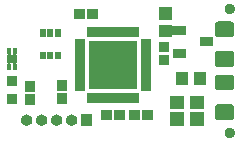
<source format=gts>
G04 #@! TF.GenerationSoftware,KiCad,Pcbnew,5.0.0-rc3+dfsg1-2*
G04 #@! TF.CreationDate,2018-08-20T10:01:45+09:00*
G04 #@! TF.ProjectId,fst-01,6673742D30312E6B696361645F706362,rev?*
G04 #@! TF.SameCoordinates,PX791ddc0PY5e69114*
G04 #@! TF.FileFunction,Soldermask,Top*
G04 #@! TF.FilePolarity,Negative*
%FSLAX46Y46*%
G04 Gerber Fmt 4.6, Leading zero omitted, Abs format (unit mm)*
G04 Created by KiCad (PCBNEW 5.0.0-rc3+dfsg1-2) date Mon Aug 20 10:01:45 2018*
%MOMM*%
%LPD*%
G01*
G04 APERTURE LIST*
%ADD10C,0.150000*%
G04 APERTURE END LIST*
D10*
G36*
X1323969Y-4841332D02*
X1401313Y-4873370D01*
X1470923Y-4919881D01*
X1530119Y-4979077D01*
X1576630Y-5048687D01*
X1608668Y-5126031D01*
X1625000Y-5208141D01*
X1625000Y-5291859D01*
X1608668Y-5373969D01*
X1576630Y-5451313D01*
X1530119Y-5520923D01*
X1470923Y-5580119D01*
X1401313Y-5626630D01*
X1323969Y-5658668D01*
X1241859Y-5675000D01*
X1158141Y-5675000D01*
X1076031Y-5658668D01*
X998687Y-5626630D01*
X929077Y-5580119D01*
X869881Y-5520923D01*
X823370Y-5451313D01*
X791332Y-5373969D01*
X775000Y-5291859D01*
X775000Y-5208141D01*
X791332Y-5126031D01*
X823370Y-5048687D01*
X869881Y-4979077D01*
X929077Y-4919881D01*
X998687Y-4873370D01*
X1076031Y-4841332D01*
X1158141Y-4825000D01*
X1241859Y-4825000D01*
X1323969Y-4841332D01*
X1323969Y-4841332D01*
G37*
G36*
X-953800Y-4656200D02*
X-2206200Y-4656200D01*
X-2206200Y-3503800D01*
X-953800Y-3503800D01*
X-953800Y-4656200D01*
X-953800Y-4656200D01*
G37*
G36*
X-2653800Y-4656200D02*
X-3906200Y-4656200D01*
X-3906200Y-3503800D01*
X-2653800Y-3503800D01*
X-2653800Y-4656200D01*
X-2653800Y-4656200D01*
G37*
G36*
X-14593098Y-3720400D02*
X-14561083Y-3733661D01*
X-14506436Y-3756296D01*
X-14506435Y-3756297D01*
X-14428440Y-3808411D01*
X-14362111Y-3874740D01*
X-14325487Y-3929553D01*
X-14309996Y-3952736D01*
X-14303887Y-3967485D01*
X-14274100Y-4039398D01*
X-14255800Y-4131398D01*
X-14255800Y-4225202D01*
X-14274100Y-4317202D01*
X-14274102Y-4317206D01*
X-14309996Y-4403864D01*
X-14309997Y-4403865D01*
X-14362111Y-4481860D01*
X-14428440Y-4548189D01*
X-14487003Y-4587319D01*
X-14506436Y-4600304D01*
X-14561083Y-4622939D01*
X-14593098Y-4636200D01*
X-14685098Y-4654500D01*
X-14778902Y-4654500D01*
X-14870902Y-4636200D01*
X-14902917Y-4622939D01*
X-14957564Y-4600304D01*
X-14976997Y-4587319D01*
X-15035560Y-4548189D01*
X-15101889Y-4481860D01*
X-15154003Y-4403865D01*
X-15154004Y-4403864D01*
X-15189898Y-4317206D01*
X-15189900Y-4317202D01*
X-15208200Y-4225202D01*
X-15208200Y-4131398D01*
X-15189900Y-4039398D01*
X-15160113Y-3967485D01*
X-15154004Y-3952736D01*
X-15138513Y-3929553D01*
X-15101889Y-3874740D01*
X-15035560Y-3808411D01*
X-14957565Y-3756297D01*
X-14957564Y-3756296D01*
X-14902917Y-3733661D01*
X-14870902Y-3720400D01*
X-14778902Y-3702100D01*
X-14685098Y-3702100D01*
X-14593098Y-3720400D01*
X-14593098Y-3720400D01*
G37*
G36*
X-10445800Y-4654500D02*
X-11398200Y-4654500D01*
X-11398200Y-3702100D01*
X-10445800Y-3702100D01*
X-10445800Y-4654500D01*
X-10445800Y-4654500D01*
G37*
G36*
X-12053098Y-3720400D02*
X-12021083Y-3733661D01*
X-11966436Y-3756296D01*
X-11966435Y-3756297D01*
X-11888440Y-3808411D01*
X-11822111Y-3874740D01*
X-11785487Y-3929553D01*
X-11769996Y-3952736D01*
X-11763887Y-3967485D01*
X-11734100Y-4039398D01*
X-11715800Y-4131398D01*
X-11715800Y-4225202D01*
X-11734100Y-4317202D01*
X-11734102Y-4317206D01*
X-11769996Y-4403864D01*
X-11769997Y-4403865D01*
X-11822111Y-4481860D01*
X-11888440Y-4548189D01*
X-11947003Y-4587319D01*
X-11966436Y-4600304D01*
X-12021083Y-4622939D01*
X-12053098Y-4636200D01*
X-12145098Y-4654500D01*
X-12238902Y-4654500D01*
X-12330902Y-4636200D01*
X-12362917Y-4622939D01*
X-12417564Y-4600304D01*
X-12436997Y-4587319D01*
X-12495560Y-4548189D01*
X-12561889Y-4481860D01*
X-12614003Y-4403865D01*
X-12614004Y-4403864D01*
X-12649898Y-4317206D01*
X-12649900Y-4317202D01*
X-12668200Y-4225202D01*
X-12668200Y-4131398D01*
X-12649900Y-4039398D01*
X-12620113Y-3967485D01*
X-12614004Y-3952736D01*
X-12598513Y-3929553D01*
X-12561889Y-3874740D01*
X-12495560Y-3808411D01*
X-12417565Y-3756297D01*
X-12417564Y-3756296D01*
X-12362917Y-3733661D01*
X-12330902Y-3720400D01*
X-12238902Y-3702100D01*
X-12145098Y-3702100D01*
X-12053098Y-3720400D01*
X-12053098Y-3720400D01*
G37*
G36*
X-15863098Y-3720400D02*
X-15831083Y-3733661D01*
X-15776436Y-3756296D01*
X-15776435Y-3756297D01*
X-15698440Y-3808411D01*
X-15632111Y-3874740D01*
X-15595487Y-3929553D01*
X-15579996Y-3952736D01*
X-15573887Y-3967485D01*
X-15544100Y-4039398D01*
X-15525800Y-4131398D01*
X-15525800Y-4225202D01*
X-15544100Y-4317202D01*
X-15544102Y-4317206D01*
X-15579996Y-4403864D01*
X-15579997Y-4403865D01*
X-15632111Y-4481860D01*
X-15698440Y-4548189D01*
X-15757003Y-4587319D01*
X-15776436Y-4600304D01*
X-15831083Y-4622939D01*
X-15863098Y-4636200D01*
X-15955098Y-4654500D01*
X-16048902Y-4654500D01*
X-16140902Y-4636200D01*
X-16172917Y-4622939D01*
X-16227564Y-4600304D01*
X-16246997Y-4587319D01*
X-16305560Y-4548189D01*
X-16371889Y-4481860D01*
X-16424003Y-4403865D01*
X-16424004Y-4403864D01*
X-16459898Y-4317206D01*
X-16459900Y-4317202D01*
X-16478200Y-4225202D01*
X-16478200Y-4131398D01*
X-16459900Y-4039398D01*
X-16430113Y-3967485D01*
X-16424004Y-3952736D01*
X-16408513Y-3929553D01*
X-16371889Y-3874740D01*
X-16305560Y-3808411D01*
X-16227565Y-3756297D01*
X-16227564Y-3756296D01*
X-16172917Y-3733661D01*
X-16140902Y-3720400D01*
X-16048902Y-3702100D01*
X-15955098Y-3702100D01*
X-15863098Y-3720400D01*
X-15863098Y-3720400D01*
G37*
G36*
X-13323098Y-3720400D02*
X-13291083Y-3733661D01*
X-13236436Y-3756296D01*
X-13236435Y-3756297D01*
X-13158440Y-3808411D01*
X-13092111Y-3874740D01*
X-13055487Y-3929553D01*
X-13039996Y-3952736D01*
X-13033887Y-3967485D01*
X-13004100Y-4039398D01*
X-12985800Y-4131398D01*
X-12985800Y-4225202D01*
X-13004100Y-4317202D01*
X-13004102Y-4317206D01*
X-13039996Y-4403864D01*
X-13039997Y-4403865D01*
X-13092111Y-4481860D01*
X-13158440Y-4548189D01*
X-13217003Y-4587319D01*
X-13236436Y-4600304D01*
X-13291083Y-4622939D01*
X-13323098Y-4636200D01*
X-13415098Y-4654500D01*
X-13508902Y-4654500D01*
X-13600902Y-4636200D01*
X-13632917Y-4622939D01*
X-13687564Y-4600304D01*
X-13706997Y-4587319D01*
X-13765560Y-4548189D01*
X-13831889Y-4481860D01*
X-13884003Y-4403865D01*
X-13884004Y-4403864D01*
X-13919898Y-4317206D01*
X-13919900Y-4317202D01*
X-13938200Y-4225202D01*
X-13938200Y-4131398D01*
X-13919900Y-4039398D01*
X-13890113Y-3967485D01*
X-13884004Y-3952736D01*
X-13868513Y-3929553D01*
X-13831889Y-3874740D01*
X-13765560Y-3808411D01*
X-13687565Y-3756297D01*
X-13687564Y-3756296D01*
X-13632917Y-3733661D01*
X-13600902Y-3720400D01*
X-13508902Y-3702100D01*
X-13415098Y-3702100D01*
X-13323098Y-3720400D01*
X-13323098Y-3720400D01*
G37*
G36*
X-7694160Y-4185450D02*
X-8608560Y-4185450D01*
X-8608560Y-3334550D01*
X-7694160Y-3334550D01*
X-7694160Y-4185450D01*
X-7694160Y-4185450D01*
G37*
G36*
X-5294160Y-4185450D02*
X-6208560Y-4185450D01*
X-6208560Y-3334550D01*
X-5294160Y-3334550D01*
X-5294160Y-4185450D01*
X-5294160Y-4185450D01*
G37*
G36*
X-8791440Y-4185450D02*
X-9705840Y-4185450D01*
X-9705840Y-3334550D01*
X-8791440Y-3334550D01*
X-8791440Y-4185450D01*
X-8791440Y-4185450D01*
G37*
G36*
X-6391440Y-4185450D02*
X-7305840Y-4185450D01*
X-7305840Y-3334550D01*
X-6391440Y-3334550D01*
X-6391440Y-4185450D01*
X-6391440Y-4185450D01*
G37*
G36*
X1329553Y-2829988D02*
X1386968Y-2847404D01*
X1439877Y-2875684D01*
X1486254Y-2913746D01*
X1524316Y-2960123D01*
X1552596Y-3013032D01*
X1570012Y-3070447D01*
X1576200Y-3133267D01*
X1576200Y-3866733D01*
X1570012Y-3929553D01*
X1552596Y-3986968D01*
X1524316Y-4039877D01*
X1486254Y-4086254D01*
X1439877Y-4124316D01*
X1386968Y-4152596D01*
X1329553Y-4170012D01*
X1266733Y-4176200D01*
X233267Y-4176200D01*
X170447Y-4170012D01*
X113032Y-4152596D01*
X60123Y-4124316D01*
X13746Y-4086254D01*
X-24316Y-4039877D01*
X-52596Y-3986968D01*
X-70012Y-3929553D01*
X-76200Y-3866733D01*
X-76200Y-3133267D01*
X-70012Y-3070447D01*
X-52596Y-3013032D01*
X-24316Y-2960123D01*
X13746Y-2913746D01*
X60123Y-2875684D01*
X113032Y-2847404D01*
X170447Y-2829988D01*
X233267Y-2823800D01*
X1266733Y-2823800D01*
X1329553Y-2829988D01*
X1329553Y-2829988D01*
G37*
G36*
X-953800Y-3256200D02*
X-2206200Y-3256200D01*
X-2206200Y-2103800D01*
X-953800Y-2103800D01*
X-953800Y-3256200D01*
X-953800Y-3256200D01*
G37*
G36*
X-2653800Y-3256200D02*
X-3906200Y-3256200D01*
X-3906200Y-2103800D01*
X-2653800Y-2103800D01*
X-2653800Y-3256200D01*
X-2653800Y-3256200D01*
G37*
G36*
X-15324550Y-2865840D02*
X-16175450Y-2865840D01*
X-16175450Y-1951440D01*
X-15324550Y-1951440D01*
X-15324550Y-2865840D01*
X-15324550Y-2865840D01*
G37*
G36*
X-16823800Y-2836200D02*
X-17676200Y-2836200D01*
X-17676200Y-1983800D01*
X-16823800Y-1983800D01*
X-16823800Y-2836200D01*
X-16823800Y-2836200D01*
G37*
G36*
X-12574550Y-2785840D02*
X-13425450Y-2785840D01*
X-13425450Y-1871440D01*
X-12574550Y-1871440D01*
X-12574550Y-2785840D01*
X-12574550Y-2785840D01*
G37*
G36*
X-6510000Y-2710000D02*
X-10890000Y-2710000D01*
X-10890000Y-1860000D01*
X-6510000Y-1860000D01*
X-6510000Y-2710000D01*
X-6510000Y-2710000D01*
G37*
G36*
X-15324550Y-1768560D02*
X-16175450Y-1768560D01*
X-16175450Y-854160D01*
X-15324550Y-854160D01*
X-15324550Y-1768560D01*
X-15324550Y-1768560D01*
G37*
G36*
X-5500000Y-1700000D02*
X-6350000Y-1700000D01*
X-6350000Y2680000D01*
X-5500000Y2680000D01*
X-5500000Y-1700000D01*
X-5500000Y-1700000D01*
G37*
G36*
X-11050000Y-1700000D02*
X-11900000Y-1700000D01*
X-11900000Y2680000D01*
X-11050000Y2680000D01*
X-11050000Y-1700000D01*
X-11050000Y-1700000D01*
G37*
G36*
X-12574550Y-1688560D02*
X-13425450Y-1688560D01*
X-13425450Y-774160D01*
X-12574550Y-774160D01*
X-12574550Y-1688560D01*
X-12574550Y-1688560D01*
G37*
G36*
X1329553Y-329988D02*
X1386968Y-347404D01*
X1439877Y-375684D01*
X1486254Y-413746D01*
X1524316Y-460123D01*
X1552596Y-513032D01*
X1570012Y-570447D01*
X1576200Y-633267D01*
X1576200Y-1366733D01*
X1570012Y-1429553D01*
X1552596Y-1486968D01*
X1524316Y-1539877D01*
X1486254Y-1586254D01*
X1439877Y-1624316D01*
X1386968Y-1652596D01*
X1329553Y-1670012D01*
X1266733Y-1676200D01*
X233267Y-1676200D01*
X170447Y-1670012D01*
X113032Y-1652596D01*
X60123Y-1624316D01*
X13746Y-1586254D01*
X-24316Y-1539877D01*
X-52596Y-1486968D01*
X-70012Y-1429553D01*
X-76200Y-1366733D01*
X-76200Y-633267D01*
X-70012Y-570447D01*
X-52596Y-513032D01*
X-24316Y-460123D01*
X13746Y-413746D01*
X60123Y-375684D01*
X113032Y-347404D01*
X170447Y-329988D01*
X233267Y-323800D01*
X1266733Y-323800D01*
X1329553Y-329988D01*
X1329553Y-329988D01*
G37*
G36*
X-6650000Y-1560000D02*
X-10750000Y-1560000D01*
X-10750000Y2540000D01*
X-6650000Y2540000D01*
X-6650000Y-1560000D01*
X-6650000Y-1560000D01*
G37*
G36*
X-16823800Y-1336200D02*
X-17676200Y-1336200D01*
X-17676200Y-483800D01*
X-16823800Y-483800D01*
X-16823800Y-1336200D01*
X-16823800Y-1336200D01*
G37*
G36*
X-822380Y-1236580D02*
X-1873940Y-1236580D01*
X-1873940Y-83420D01*
X-822380Y-83420D01*
X-822380Y-1236580D01*
X-822380Y-1236580D01*
G37*
G36*
X-2326060Y-1236580D02*
X-3377620Y-1236580D01*
X-3377620Y-83420D01*
X-2326060Y-83420D01*
X-2326060Y-1236580D01*
X-2326060Y-1236580D01*
G37*
G36*
X-17378898Y1948772D02*
X-17369904Y1946044D01*
X-17361614Y1941613D01*
X-17354349Y1935651D01*
X-17348387Y1928386D01*
X-17343956Y1920096D01*
X-17341228Y1911102D01*
X-17340000Y1898634D01*
X-17340000Y1501366D01*
X-17341228Y1488898D01*
X-17343956Y1479904D01*
X-17348387Y1471614D01*
X-17354349Y1464349D01*
X-17356499Y1462585D01*
X-17365301Y1453783D01*
X-17372217Y1443433D01*
X-17376980Y1431932D01*
X-17379408Y1419723D01*
X-17379408Y1407275D01*
X-17376979Y1395066D01*
X-17372215Y1383565D01*
X-17365299Y1373215D01*
X-17356497Y1364413D01*
X-17346147Y1357497D01*
X-17334646Y1352734D01*
X-17316214Y1350000D01*
X-17183786Y1350000D01*
X-17171398Y1351220D01*
X-17159486Y1354834D01*
X-17148507Y1360702D01*
X-17138885Y1368599D01*
X-17130988Y1378221D01*
X-17125120Y1389200D01*
X-17121506Y1401112D01*
X-17120286Y1413500D01*
X-17121506Y1425888D01*
X-17125120Y1437800D01*
X-17130988Y1448779D01*
X-17143501Y1462585D01*
X-17145651Y1464349D01*
X-17151613Y1471614D01*
X-17156044Y1479904D01*
X-17158772Y1488898D01*
X-17160000Y1501366D01*
X-17160000Y1898634D01*
X-17158772Y1911102D01*
X-17156044Y1920096D01*
X-17151613Y1928386D01*
X-17145651Y1935651D01*
X-17138386Y1941613D01*
X-17130096Y1946044D01*
X-17121102Y1948772D01*
X-17108634Y1950000D01*
X-16891366Y1950000D01*
X-16878898Y1948772D01*
X-16869904Y1946044D01*
X-16861614Y1941613D01*
X-16854349Y1935651D01*
X-16848387Y1928386D01*
X-16843956Y1920096D01*
X-16841228Y1911102D01*
X-16840000Y1898634D01*
X-16840000Y1501366D01*
X-16841228Y1488898D01*
X-16843956Y1479904D01*
X-16848387Y1471614D01*
X-16854349Y1464349D01*
X-16861614Y1458387D01*
X-16869902Y1453957D01*
X-16872520Y1453163D01*
X-16884021Y1448400D01*
X-16894372Y1441485D01*
X-16903175Y1432683D01*
X-16910091Y1422333D01*
X-16914856Y1410833D01*
X-16917285Y1398624D01*
X-16917286Y1386176D01*
X-16914858Y1373967D01*
X-16910095Y1362466D01*
X-16903180Y1352115D01*
X-16894378Y1343312D01*
X-16884025Y1336394D01*
X-16863835Y1325602D01*
X-16842174Y1307826D01*
X-16824398Y1286165D01*
X-16811189Y1261452D01*
X-16803054Y1234635D01*
X-16800000Y1203632D01*
X-16800000Y796368D01*
X-16803054Y765365D01*
X-16811189Y738548D01*
X-16824398Y713835D01*
X-16842174Y692174D01*
X-16863835Y674398D01*
X-16884025Y663606D01*
X-16894376Y656690D01*
X-16903178Y647887D01*
X-16910093Y637537D01*
X-16914857Y626036D01*
X-16917285Y613827D01*
X-16917285Y601379D01*
X-16914856Y589170D01*
X-16910093Y577670D01*
X-16903177Y567319D01*
X-16894374Y558517D01*
X-16884024Y551602D01*
X-16872520Y546837D01*
X-16869902Y546043D01*
X-16861614Y541613D01*
X-16854349Y535651D01*
X-16848387Y528386D01*
X-16843956Y520096D01*
X-16841228Y511102D01*
X-16840000Y498634D01*
X-16840000Y101366D01*
X-16841228Y88898D01*
X-16843956Y79904D01*
X-16848387Y71614D01*
X-16854349Y64349D01*
X-16861614Y58387D01*
X-16869904Y53956D01*
X-16878898Y51228D01*
X-16891366Y50000D01*
X-17108634Y50000D01*
X-17121102Y51228D01*
X-17130096Y53956D01*
X-17138386Y58387D01*
X-17145651Y64349D01*
X-17151613Y71614D01*
X-17156044Y79904D01*
X-17158772Y88898D01*
X-17160000Y101366D01*
X-17160000Y498634D01*
X-17158772Y511102D01*
X-17156044Y520096D01*
X-17151613Y528386D01*
X-17145651Y535651D01*
X-17143501Y537415D01*
X-17134699Y546217D01*
X-17127783Y556567D01*
X-17123020Y568068D01*
X-17120592Y580277D01*
X-17120592Y592725D01*
X-17123021Y604934D01*
X-17127785Y616435D01*
X-17134701Y626785D01*
X-17143503Y635587D01*
X-17153853Y642503D01*
X-17165354Y647266D01*
X-17183786Y650000D01*
X-17316214Y650000D01*
X-17328602Y648780D01*
X-17340514Y645166D01*
X-17351493Y639298D01*
X-17361115Y631401D01*
X-17369012Y621779D01*
X-17374880Y610800D01*
X-17378494Y598888D01*
X-17379714Y586500D01*
X-17378494Y574112D01*
X-17374880Y562200D01*
X-17369012Y551221D01*
X-17356499Y537415D01*
X-17354349Y535651D01*
X-17348387Y528386D01*
X-17343956Y520096D01*
X-17341228Y511102D01*
X-17340000Y498634D01*
X-17340000Y101366D01*
X-17341228Y88898D01*
X-17343956Y79904D01*
X-17348387Y71614D01*
X-17354349Y64349D01*
X-17361614Y58387D01*
X-17369904Y53956D01*
X-17378898Y51228D01*
X-17391366Y50000D01*
X-17608634Y50000D01*
X-17621102Y51228D01*
X-17630096Y53956D01*
X-17638386Y58387D01*
X-17645651Y64349D01*
X-17651613Y71614D01*
X-17656044Y79904D01*
X-17658772Y88898D01*
X-17660000Y101366D01*
X-17660000Y498634D01*
X-17658772Y511102D01*
X-17656044Y520096D01*
X-17651613Y528386D01*
X-17645651Y535651D01*
X-17638386Y541613D01*
X-17630098Y546043D01*
X-17627480Y546837D01*
X-17615979Y551600D01*
X-17605628Y558515D01*
X-17596825Y567317D01*
X-17589909Y577667D01*
X-17585144Y589167D01*
X-17582715Y601376D01*
X-17582714Y613824D01*
X-17585142Y626033D01*
X-17589905Y637534D01*
X-17596820Y647885D01*
X-17605622Y656688D01*
X-17615975Y663606D01*
X-17636165Y674398D01*
X-17657826Y692174D01*
X-17675602Y713835D01*
X-17688811Y738548D01*
X-17696946Y765365D01*
X-17700000Y796368D01*
X-17700000Y1203632D01*
X-17696946Y1234635D01*
X-17688811Y1261452D01*
X-17675602Y1286165D01*
X-17657826Y1307826D01*
X-17636165Y1325602D01*
X-17615975Y1336394D01*
X-17605624Y1343310D01*
X-17596822Y1352113D01*
X-17589907Y1362463D01*
X-17585143Y1373964D01*
X-17582715Y1386173D01*
X-17582715Y1398621D01*
X-17585144Y1410830D01*
X-17589907Y1422330D01*
X-17596823Y1432681D01*
X-17605626Y1441483D01*
X-17615976Y1448398D01*
X-17627480Y1453163D01*
X-17630098Y1453957D01*
X-17638386Y1458387D01*
X-17645651Y1464349D01*
X-17651613Y1471614D01*
X-17656044Y1479904D01*
X-17658772Y1488898D01*
X-17660000Y1501366D01*
X-17660000Y1898634D01*
X-17658772Y1911102D01*
X-17656044Y1920096D01*
X-17651613Y1928386D01*
X-17645651Y1935651D01*
X-17638386Y1941613D01*
X-17630096Y1946044D01*
X-17621102Y1948772D01*
X-17608634Y1950000D01*
X-17391366Y1950000D01*
X-17378898Y1948772D01*
X-17378898Y1948772D01*
G37*
G36*
X1329553Y1670012D02*
X1386968Y1652596D01*
X1439877Y1624316D01*
X1486254Y1586254D01*
X1524316Y1539877D01*
X1552596Y1486968D01*
X1570012Y1429553D01*
X1576200Y1366733D01*
X1576200Y633267D01*
X1570012Y570447D01*
X1552596Y513032D01*
X1524316Y460123D01*
X1486254Y413746D01*
X1439877Y375684D01*
X1386968Y347404D01*
X1329553Y329988D01*
X1266733Y323800D01*
X233267Y323800D01*
X170447Y329988D01*
X113032Y347404D01*
X60123Y375684D01*
X13746Y413746D01*
X-24316Y460123D01*
X-52596Y513032D01*
X-70012Y570447D01*
X-76200Y633267D01*
X-76200Y1366733D01*
X-70012Y1429553D01*
X-52596Y1486968D01*
X-24316Y1539877D01*
X13746Y1586254D01*
X60123Y1624316D01*
X113032Y1652596D01*
X170447Y1670012D01*
X233267Y1676200D01*
X1266733Y1676200D01*
X1329553Y1670012D01*
X1329553Y1670012D01*
G37*
G36*
X-3974550Y454160D02*
X-4825450Y454160D01*
X-4825450Y1368560D01*
X-3974550Y1368560D01*
X-3974550Y454160D01*
X-3974550Y454160D01*
G37*
G36*
X-14400000Y990000D02*
X-14900000Y990000D01*
X-14900000Y1590000D01*
X-14400000Y1590000D01*
X-14400000Y990000D01*
X-14400000Y990000D01*
G37*
G36*
X-13100000Y990000D02*
X-13600000Y990000D01*
X-13600000Y1590000D01*
X-13100000Y1590000D01*
X-13100000Y990000D01*
X-13100000Y990000D01*
G37*
G36*
X-13750000Y990000D02*
X-14250000Y990000D01*
X-14250000Y1590000D01*
X-13750000Y1590000D01*
X-13750000Y990000D01*
X-13750000Y990000D01*
G37*
G36*
X-2553800Y1113800D02*
X-3606200Y1113800D01*
X-3606200Y1866200D01*
X-2553800Y1866200D01*
X-2553800Y1113800D01*
X-2553800Y1113800D01*
G37*
G36*
X-3974550Y1551440D02*
X-4825450Y1551440D01*
X-4825450Y2465840D01*
X-3974550Y2465840D01*
X-3974550Y1551440D01*
X-3974550Y1551440D01*
G37*
G36*
X-253800Y2063800D02*
X-1306200Y2063800D01*
X-1306200Y2816200D01*
X-253800Y2816200D01*
X-253800Y2063800D01*
X-253800Y2063800D01*
G37*
G36*
X-3673420Y3829700D02*
X-3672200Y3817312D01*
X-3668586Y3805400D01*
X-3662718Y3794421D01*
X-3654821Y3784799D01*
X-3645199Y3776902D01*
X-3634220Y3771034D01*
X-3622308Y3767420D01*
X-3609920Y3766200D01*
X-2553800Y3766200D01*
X-2553800Y3013800D01*
X-3609920Y3013800D01*
X-3622308Y3012580D01*
X-3634220Y3008966D01*
X-3645199Y3003098D01*
X-3654821Y2995201D01*
X-3662718Y2985579D01*
X-3668586Y2974600D01*
X-3672200Y2962688D01*
X-3673420Y2950300D01*
X-3673420Y2822380D01*
X-4826580Y2822380D01*
X-4826580Y3873940D01*
X-3673420Y3873940D01*
X-3673420Y3829700D01*
X-3673420Y3829700D01*
G37*
G36*
X1329553Y4170132D02*
X1386968Y4152716D01*
X1439877Y4124436D01*
X1486254Y4086374D01*
X1524316Y4039997D01*
X1552596Y3987088D01*
X1570012Y3929673D01*
X1576200Y3866853D01*
X1576200Y3133387D01*
X1570012Y3070567D01*
X1552596Y3013152D01*
X1524316Y2960243D01*
X1486254Y2913866D01*
X1439877Y2875804D01*
X1386968Y2847524D01*
X1329553Y2830108D01*
X1266733Y2823920D01*
X233267Y2823920D01*
X170447Y2830108D01*
X113032Y2847524D01*
X60123Y2875804D01*
X13746Y2913866D01*
X-24316Y2960243D01*
X-52596Y3013152D01*
X-70012Y3070567D01*
X-76200Y3133387D01*
X-76200Y3866853D01*
X-70012Y3929673D01*
X-52596Y3987088D01*
X-24316Y4039997D01*
X13746Y4086374D01*
X60123Y4124436D01*
X113032Y4152716D01*
X170447Y4170132D01*
X233267Y4176320D01*
X1266733Y4176320D01*
X1329553Y4170132D01*
X1329553Y4170132D01*
G37*
G36*
X-6510000Y2840000D02*
X-10890000Y2840000D01*
X-10890000Y3690000D01*
X-6510000Y3690000D01*
X-6510000Y2840000D01*
X-6510000Y2840000D01*
G37*
G36*
X-13100000Y2890000D02*
X-13600000Y2890000D01*
X-13600000Y3490000D01*
X-13100000Y3490000D01*
X-13100000Y2890000D01*
X-13100000Y2890000D01*
G37*
G36*
X-13750000Y2890000D02*
X-14250000Y2890000D01*
X-14250000Y3490000D01*
X-13750000Y3490000D01*
X-13750000Y2890000D01*
X-13750000Y2890000D01*
G37*
G36*
X-14400000Y2890000D02*
X-14900000Y2890000D01*
X-14900000Y3490000D01*
X-14400000Y3490000D01*
X-14400000Y2890000D01*
X-14400000Y2890000D01*
G37*
G36*
X-3673420Y4326060D02*
X-4826580Y4326060D01*
X-4826580Y5377620D01*
X-3673420Y5377620D01*
X-3673420Y4326060D01*
X-3673420Y4326060D01*
G37*
G36*
X-9994160Y4364550D02*
X-10908560Y4364550D01*
X-10908560Y5215450D01*
X-9994160Y5215450D01*
X-9994160Y4364550D01*
X-9994160Y4364550D01*
G37*
G36*
X-11091440Y4364550D02*
X-12005840Y4364550D01*
X-12005840Y5215450D01*
X-11091440Y5215450D01*
X-11091440Y4364550D01*
X-11091440Y4364550D01*
G37*
G36*
X1323969Y5658668D02*
X1401313Y5626630D01*
X1470923Y5580119D01*
X1530119Y5520923D01*
X1576630Y5451313D01*
X1608668Y5373969D01*
X1625000Y5291859D01*
X1625000Y5208141D01*
X1608668Y5126031D01*
X1576630Y5048687D01*
X1530119Y4979077D01*
X1470923Y4919881D01*
X1401313Y4873370D01*
X1323969Y4841332D01*
X1241859Y4825000D01*
X1158141Y4825000D01*
X1076031Y4841332D01*
X998687Y4873370D01*
X929077Y4919881D01*
X869881Y4979077D01*
X823370Y5048687D01*
X791332Y5126031D01*
X775000Y5208141D01*
X775000Y5291859D01*
X791332Y5373969D01*
X823370Y5451313D01*
X869881Y5520923D01*
X929077Y5580119D01*
X998687Y5626630D01*
X1076031Y5658668D01*
X1158141Y5675000D01*
X1241859Y5675000D01*
X1323969Y5658668D01*
X1323969Y5658668D01*
G37*
M02*

</source>
